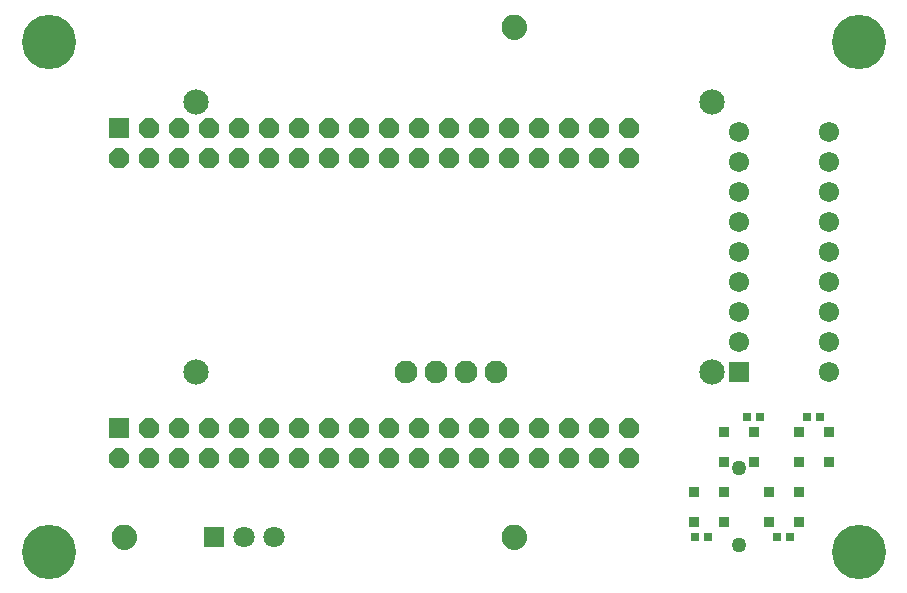
<source format=gbr>
G04 EAGLE Gerber RS-274X export*
G75*
%MOMM*%
%FSLAX34Y34*%
%LPD*%
%INSoldermask Bottom*%
%IPPOS*%
%AMOC8*
5,1,8,0,0,1.08239X$1,22.5*%
G01*
%ADD10C,2.152400*%
%ADD11C,1.930400*%
%ADD12C,1.272400*%
%ADD13R,0.952400X0.952400*%
%ADD14R,0.762000X0.660400*%
%ADD15R,1.803400X1.803400*%
%ADD16C,1.803400*%
%ADD17R,1.717037X1.717037*%
%ADD18C,1.717037*%
%ADD19R,1.676400X1.676400*%
%ADD20P,1.814519X8X22.500000*%
%ADD21C,4.597400*%
%ADD22C,0.609600*%
%ADD23C,1.168400*%


D10*
X599440Y419100D03*
X162560Y419100D03*
X599440Y190500D03*
X162560Y190500D03*
D11*
X340360Y190500D03*
X365760Y190500D03*
X391160Y190500D03*
X416560Y190500D03*
D12*
X622300Y108700D03*
X622300Y43700D03*
D13*
X635000Y139700D03*
X609600Y139700D03*
X609600Y114300D03*
X635000Y114300D03*
X698500Y139700D03*
X673100Y139700D03*
X673100Y114300D03*
X698500Y114300D03*
X609600Y88900D03*
X584200Y88900D03*
X584200Y63500D03*
X609600Y63500D03*
X673100Y88900D03*
X647700Y88900D03*
X647700Y63500D03*
X673100Y63500D03*
D14*
X665988Y50800D03*
X654812Y50800D03*
X596138Y50800D03*
X584962Y50800D03*
X629412Y152400D03*
X640588Y152400D03*
X680212Y152400D03*
X691388Y152400D03*
D15*
X177800Y50800D03*
D16*
X203200Y50800D03*
X228600Y50800D03*
D17*
X622300Y190500D03*
D18*
X622300Y215900D03*
X622300Y241300D03*
X622300Y266700D03*
X622300Y292100D03*
X622300Y317500D03*
X622300Y342900D03*
X622300Y368300D03*
X622300Y393700D03*
X698500Y393700D03*
X698500Y368300D03*
X698500Y342900D03*
X698500Y317500D03*
X698500Y292100D03*
X698500Y266700D03*
X698500Y241300D03*
X698500Y215900D03*
X698500Y190500D03*
D19*
X97200Y396500D03*
D20*
X97200Y371100D03*
X122600Y396500D03*
X122600Y371100D03*
X148000Y396500D03*
X148000Y371100D03*
X173400Y396500D03*
X173400Y371100D03*
X198800Y396500D03*
X198800Y371100D03*
X224200Y396500D03*
X224200Y371100D03*
X249600Y396500D03*
X249600Y371100D03*
X275000Y396500D03*
X275000Y371100D03*
X300400Y396500D03*
X300400Y371100D03*
X325800Y396500D03*
X325800Y371100D03*
X351200Y396500D03*
X351200Y371100D03*
X376600Y396500D03*
X376600Y371100D03*
X402000Y396500D03*
X402000Y371100D03*
X427400Y396500D03*
X427400Y371100D03*
X452800Y396500D03*
X452800Y371100D03*
X478200Y396500D03*
X478200Y371100D03*
X503600Y396500D03*
X503600Y371100D03*
X529000Y396500D03*
X529000Y371100D03*
D19*
X97200Y142500D03*
D20*
X97200Y117100D03*
X122600Y142500D03*
X122600Y117100D03*
X148000Y142500D03*
X148000Y117100D03*
X173400Y142500D03*
X173400Y117100D03*
X198800Y142500D03*
X198800Y117100D03*
X224200Y142500D03*
X224200Y117100D03*
X249600Y142500D03*
X249600Y117100D03*
X275000Y142500D03*
X275000Y117100D03*
X300400Y142500D03*
X300400Y117100D03*
X325800Y142500D03*
X325800Y117100D03*
X351200Y142500D03*
X351200Y117100D03*
X376600Y142500D03*
X376600Y117100D03*
X402000Y142500D03*
X402000Y117100D03*
X427400Y142500D03*
X427400Y117100D03*
X452800Y142500D03*
X452800Y117100D03*
X478200Y142500D03*
X478200Y117100D03*
X503600Y142500D03*
X503600Y117100D03*
X529000Y142500D03*
X529000Y117100D03*
D21*
X38100Y38100D03*
X723900Y38100D03*
X723900Y469900D03*
X38100Y469900D03*
D22*
X93980Y50800D02*
X93982Y50987D01*
X93989Y51174D01*
X94001Y51361D01*
X94017Y51547D01*
X94037Y51733D01*
X94062Y51918D01*
X94092Y52103D01*
X94126Y52287D01*
X94165Y52470D01*
X94208Y52652D01*
X94256Y52832D01*
X94308Y53012D01*
X94365Y53190D01*
X94425Y53367D01*
X94491Y53542D01*
X94560Y53716D01*
X94634Y53888D01*
X94712Y54058D01*
X94794Y54226D01*
X94880Y54392D01*
X94970Y54556D01*
X95064Y54717D01*
X95162Y54877D01*
X95264Y55033D01*
X95370Y55188D01*
X95480Y55339D01*
X95593Y55488D01*
X95710Y55634D01*
X95830Y55777D01*
X95954Y55917D01*
X96081Y56054D01*
X96212Y56188D01*
X96346Y56319D01*
X96483Y56446D01*
X96623Y56570D01*
X96766Y56690D01*
X96912Y56807D01*
X97061Y56920D01*
X97212Y57030D01*
X97367Y57136D01*
X97523Y57238D01*
X97683Y57336D01*
X97844Y57430D01*
X98008Y57520D01*
X98174Y57606D01*
X98342Y57688D01*
X98512Y57766D01*
X98684Y57840D01*
X98858Y57909D01*
X99033Y57975D01*
X99210Y58035D01*
X99388Y58092D01*
X99568Y58144D01*
X99748Y58192D01*
X99930Y58235D01*
X100113Y58274D01*
X100297Y58308D01*
X100482Y58338D01*
X100667Y58363D01*
X100853Y58383D01*
X101039Y58399D01*
X101226Y58411D01*
X101413Y58418D01*
X101600Y58420D01*
X101787Y58418D01*
X101974Y58411D01*
X102161Y58399D01*
X102347Y58383D01*
X102533Y58363D01*
X102718Y58338D01*
X102903Y58308D01*
X103087Y58274D01*
X103270Y58235D01*
X103452Y58192D01*
X103632Y58144D01*
X103812Y58092D01*
X103990Y58035D01*
X104167Y57975D01*
X104342Y57909D01*
X104516Y57840D01*
X104688Y57766D01*
X104858Y57688D01*
X105026Y57606D01*
X105192Y57520D01*
X105356Y57430D01*
X105517Y57336D01*
X105677Y57238D01*
X105833Y57136D01*
X105988Y57030D01*
X106139Y56920D01*
X106288Y56807D01*
X106434Y56690D01*
X106577Y56570D01*
X106717Y56446D01*
X106854Y56319D01*
X106988Y56188D01*
X107119Y56054D01*
X107246Y55917D01*
X107370Y55777D01*
X107490Y55634D01*
X107607Y55488D01*
X107720Y55339D01*
X107830Y55188D01*
X107936Y55033D01*
X108038Y54877D01*
X108136Y54717D01*
X108230Y54556D01*
X108320Y54392D01*
X108406Y54226D01*
X108488Y54058D01*
X108566Y53888D01*
X108640Y53716D01*
X108709Y53542D01*
X108775Y53367D01*
X108835Y53190D01*
X108892Y53012D01*
X108944Y52832D01*
X108992Y52652D01*
X109035Y52470D01*
X109074Y52287D01*
X109108Y52103D01*
X109138Y51918D01*
X109163Y51733D01*
X109183Y51547D01*
X109199Y51361D01*
X109211Y51174D01*
X109218Y50987D01*
X109220Y50800D01*
X109218Y50613D01*
X109211Y50426D01*
X109199Y50239D01*
X109183Y50053D01*
X109163Y49867D01*
X109138Y49682D01*
X109108Y49497D01*
X109074Y49313D01*
X109035Y49130D01*
X108992Y48948D01*
X108944Y48768D01*
X108892Y48588D01*
X108835Y48410D01*
X108775Y48233D01*
X108709Y48058D01*
X108640Y47884D01*
X108566Y47712D01*
X108488Y47542D01*
X108406Y47374D01*
X108320Y47208D01*
X108230Y47044D01*
X108136Y46883D01*
X108038Y46723D01*
X107936Y46567D01*
X107830Y46412D01*
X107720Y46261D01*
X107607Y46112D01*
X107490Y45966D01*
X107370Y45823D01*
X107246Y45683D01*
X107119Y45546D01*
X106988Y45412D01*
X106854Y45281D01*
X106717Y45154D01*
X106577Y45030D01*
X106434Y44910D01*
X106288Y44793D01*
X106139Y44680D01*
X105988Y44570D01*
X105833Y44464D01*
X105677Y44362D01*
X105517Y44264D01*
X105356Y44170D01*
X105192Y44080D01*
X105026Y43994D01*
X104858Y43912D01*
X104688Y43834D01*
X104516Y43760D01*
X104342Y43691D01*
X104167Y43625D01*
X103990Y43565D01*
X103812Y43508D01*
X103632Y43456D01*
X103452Y43408D01*
X103270Y43365D01*
X103087Y43326D01*
X102903Y43292D01*
X102718Y43262D01*
X102533Y43237D01*
X102347Y43217D01*
X102161Y43201D01*
X101974Y43189D01*
X101787Y43182D01*
X101600Y43180D01*
X101413Y43182D01*
X101226Y43189D01*
X101039Y43201D01*
X100853Y43217D01*
X100667Y43237D01*
X100482Y43262D01*
X100297Y43292D01*
X100113Y43326D01*
X99930Y43365D01*
X99748Y43408D01*
X99568Y43456D01*
X99388Y43508D01*
X99210Y43565D01*
X99033Y43625D01*
X98858Y43691D01*
X98684Y43760D01*
X98512Y43834D01*
X98342Y43912D01*
X98174Y43994D01*
X98008Y44080D01*
X97844Y44170D01*
X97683Y44264D01*
X97523Y44362D01*
X97367Y44464D01*
X97212Y44570D01*
X97061Y44680D01*
X96912Y44793D01*
X96766Y44910D01*
X96623Y45030D01*
X96483Y45154D01*
X96346Y45281D01*
X96212Y45412D01*
X96081Y45546D01*
X95954Y45683D01*
X95830Y45823D01*
X95710Y45966D01*
X95593Y46112D01*
X95480Y46261D01*
X95370Y46412D01*
X95264Y46567D01*
X95162Y46723D01*
X95064Y46883D01*
X94970Y47044D01*
X94880Y47208D01*
X94794Y47374D01*
X94712Y47542D01*
X94634Y47712D01*
X94560Y47884D01*
X94491Y48058D01*
X94425Y48233D01*
X94365Y48410D01*
X94308Y48588D01*
X94256Y48768D01*
X94208Y48948D01*
X94165Y49130D01*
X94126Y49313D01*
X94092Y49497D01*
X94062Y49682D01*
X94037Y49867D01*
X94017Y50053D01*
X94001Y50239D01*
X93989Y50426D01*
X93982Y50613D01*
X93980Y50800D01*
D23*
X101600Y50800D03*
D22*
X424180Y50800D02*
X424182Y50987D01*
X424189Y51174D01*
X424201Y51361D01*
X424217Y51547D01*
X424237Y51733D01*
X424262Y51918D01*
X424292Y52103D01*
X424326Y52287D01*
X424365Y52470D01*
X424408Y52652D01*
X424456Y52832D01*
X424508Y53012D01*
X424565Y53190D01*
X424625Y53367D01*
X424691Y53542D01*
X424760Y53716D01*
X424834Y53888D01*
X424912Y54058D01*
X424994Y54226D01*
X425080Y54392D01*
X425170Y54556D01*
X425264Y54717D01*
X425362Y54877D01*
X425464Y55033D01*
X425570Y55188D01*
X425680Y55339D01*
X425793Y55488D01*
X425910Y55634D01*
X426030Y55777D01*
X426154Y55917D01*
X426281Y56054D01*
X426412Y56188D01*
X426546Y56319D01*
X426683Y56446D01*
X426823Y56570D01*
X426966Y56690D01*
X427112Y56807D01*
X427261Y56920D01*
X427412Y57030D01*
X427567Y57136D01*
X427723Y57238D01*
X427883Y57336D01*
X428044Y57430D01*
X428208Y57520D01*
X428374Y57606D01*
X428542Y57688D01*
X428712Y57766D01*
X428884Y57840D01*
X429058Y57909D01*
X429233Y57975D01*
X429410Y58035D01*
X429588Y58092D01*
X429768Y58144D01*
X429948Y58192D01*
X430130Y58235D01*
X430313Y58274D01*
X430497Y58308D01*
X430682Y58338D01*
X430867Y58363D01*
X431053Y58383D01*
X431239Y58399D01*
X431426Y58411D01*
X431613Y58418D01*
X431800Y58420D01*
X431987Y58418D01*
X432174Y58411D01*
X432361Y58399D01*
X432547Y58383D01*
X432733Y58363D01*
X432918Y58338D01*
X433103Y58308D01*
X433287Y58274D01*
X433470Y58235D01*
X433652Y58192D01*
X433832Y58144D01*
X434012Y58092D01*
X434190Y58035D01*
X434367Y57975D01*
X434542Y57909D01*
X434716Y57840D01*
X434888Y57766D01*
X435058Y57688D01*
X435226Y57606D01*
X435392Y57520D01*
X435556Y57430D01*
X435717Y57336D01*
X435877Y57238D01*
X436033Y57136D01*
X436188Y57030D01*
X436339Y56920D01*
X436488Y56807D01*
X436634Y56690D01*
X436777Y56570D01*
X436917Y56446D01*
X437054Y56319D01*
X437188Y56188D01*
X437319Y56054D01*
X437446Y55917D01*
X437570Y55777D01*
X437690Y55634D01*
X437807Y55488D01*
X437920Y55339D01*
X438030Y55188D01*
X438136Y55033D01*
X438238Y54877D01*
X438336Y54717D01*
X438430Y54556D01*
X438520Y54392D01*
X438606Y54226D01*
X438688Y54058D01*
X438766Y53888D01*
X438840Y53716D01*
X438909Y53542D01*
X438975Y53367D01*
X439035Y53190D01*
X439092Y53012D01*
X439144Y52832D01*
X439192Y52652D01*
X439235Y52470D01*
X439274Y52287D01*
X439308Y52103D01*
X439338Y51918D01*
X439363Y51733D01*
X439383Y51547D01*
X439399Y51361D01*
X439411Y51174D01*
X439418Y50987D01*
X439420Y50800D01*
X439418Y50613D01*
X439411Y50426D01*
X439399Y50239D01*
X439383Y50053D01*
X439363Y49867D01*
X439338Y49682D01*
X439308Y49497D01*
X439274Y49313D01*
X439235Y49130D01*
X439192Y48948D01*
X439144Y48768D01*
X439092Y48588D01*
X439035Y48410D01*
X438975Y48233D01*
X438909Y48058D01*
X438840Y47884D01*
X438766Y47712D01*
X438688Y47542D01*
X438606Y47374D01*
X438520Y47208D01*
X438430Y47044D01*
X438336Y46883D01*
X438238Y46723D01*
X438136Y46567D01*
X438030Y46412D01*
X437920Y46261D01*
X437807Y46112D01*
X437690Y45966D01*
X437570Y45823D01*
X437446Y45683D01*
X437319Y45546D01*
X437188Y45412D01*
X437054Y45281D01*
X436917Y45154D01*
X436777Y45030D01*
X436634Y44910D01*
X436488Y44793D01*
X436339Y44680D01*
X436188Y44570D01*
X436033Y44464D01*
X435877Y44362D01*
X435717Y44264D01*
X435556Y44170D01*
X435392Y44080D01*
X435226Y43994D01*
X435058Y43912D01*
X434888Y43834D01*
X434716Y43760D01*
X434542Y43691D01*
X434367Y43625D01*
X434190Y43565D01*
X434012Y43508D01*
X433832Y43456D01*
X433652Y43408D01*
X433470Y43365D01*
X433287Y43326D01*
X433103Y43292D01*
X432918Y43262D01*
X432733Y43237D01*
X432547Y43217D01*
X432361Y43201D01*
X432174Y43189D01*
X431987Y43182D01*
X431800Y43180D01*
X431613Y43182D01*
X431426Y43189D01*
X431239Y43201D01*
X431053Y43217D01*
X430867Y43237D01*
X430682Y43262D01*
X430497Y43292D01*
X430313Y43326D01*
X430130Y43365D01*
X429948Y43408D01*
X429768Y43456D01*
X429588Y43508D01*
X429410Y43565D01*
X429233Y43625D01*
X429058Y43691D01*
X428884Y43760D01*
X428712Y43834D01*
X428542Y43912D01*
X428374Y43994D01*
X428208Y44080D01*
X428044Y44170D01*
X427883Y44264D01*
X427723Y44362D01*
X427567Y44464D01*
X427412Y44570D01*
X427261Y44680D01*
X427112Y44793D01*
X426966Y44910D01*
X426823Y45030D01*
X426683Y45154D01*
X426546Y45281D01*
X426412Y45412D01*
X426281Y45546D01*
X426154Y45683D01*
X426030Y45823D01*
X425910Y45966D01*
X425793Y46112D01*
X425680Y46261D01*
X425570Y46412D01*
X425464Y46567D01*
X425362Y46723D01*
X425264Y46883D01*
X425170Y47044D01*
X425080Y47208D01*
X424994Y47374D01*
X424912Y47542D01*
X424834Y47712D01*
X424760Y47884D01*
X424691Y48058D01*
X424625Y48233D01*
X424565Y48410D01*
X424508Y48588D01*
X424456Y48768D01*
X424408Y48948D01*
X424365Y49130D01*
X424326Y49313D01*
X424292Y49497D01*
X424262Y49682D01*
X424237Y49867D01*
X424217Y50053D01*
X424201Y50239D01*
X424189Y50426D01*
X424182Y50613D01*
X424180Y50800D01*
D23*
X431800Y50800D03*
D22*
X424180Y482600D02*
X424182Y482787D01*
X424189Y482974D01*
X424201Y483161D01*
X424217Y483347D01*
X424237Y483533D01*
X424262Y483718D01*
X424292Y483903D01*
X424326Y484087D01*
X424365Y484270D01*
X424408Y484452D01*
X424456Y484632D01*
X424508Y484812D01*
X424565Y484990D01*
X424625Y485167D01*
X424691Y485342D01*
X424760Y485516D01*
X424834Y485688D01*
X424912Y485858D01*
X424994Y486026D01*
X425080Y486192D01*
X425170Y486356D01*
X425264Y486517D01*
X425362Y486677D01*
X425464Y486833D01*
X425570Y486988D01*
X425680Y487139D01*
X425793Y487288D01*
X425910Y487434D01*
X426030Y487577D01*
X426154Y487717D01*
X426281Y487854D01*
X426412Y487988D01*
X426546Y488119D01*
X426683Y488246D01*
X426823Y488370D01*
X426966Y488490D01*
X427112Y488607D01*
X427261Y488720D01*
X427412Y488830D01*
X427567Y488936D01*
X427723Y489038D01*
X427883Y489136D01*
X428044Y489230D01*
X428208Y489320D01*
X428374Y489406D01*
X428542Y489488D01*
X428712Y489566D01*
X428884Y489640D01*
X429058Y489709D01*
X429233Y489775D01*
X429410Y489835D01*
X429588Y489892D01*
X429768Y489944D01*
X429948Y489992D01*
X430130Y490035D01*
X430313Y490074D01*
X430497Y490108D01*
X430682Y490138D01*
X430867Y490163D01*
X431053Y490183D01*
X431239Y490199D01*
X431426Y490211D01*
X431613Y490218D01*
X431800Y490220D01*
X431987Y490218D01*
X432174Y490211D01*
X432361Y490199D01*
X432547Y490183D01*
X432733Y490163D01*
X432918Y490138D01*
X433103Y490108D01*
X433287Y490074D01*
X433470Y490035D01*
X433652Y489992D01*
X433832Y489944D01*
X434012Y489892D01*
X434190Y489835D01*
X434367Y489775D01*
X434542Y489709D01*
X434716Y489640D01*
X434888Y489566D01*
X435058Y489488D01*
X435226Y489406D01*
X435392Y489320D01*
X435556Y489230D01*
X435717Y489136D01*
X435877Y489038D01*
X436033Y488936D01*
X436188Y488830D01*
X436339Y488720D01*
X436488Y488607D01*
X436634Y488490D01*
X436777Y488370D01*
X436917Y488246D01*
X437054Y488119D01*
X437188Y487988D01*
X437319Y487854D01*
X437446Y487717D01*
X437570Y487577D01*
X437690Y487434D01*
X437807Y487288D01*
X437920Y487139D01*
X438030Y486988D01*
X438136Y486833D01*
X438238Y486677D01*
X438336Y486517D01*
X438430Y486356D01*
X438520Y486192D01*
X438606Y486026D01*
X438688Y485858D01*
X438766Y485688D01*
X438840Y485516D01*
X438909Y485342D01*
X438975Y485167D01*
X439035Y484990D01*
X439092Y484812D01*
X439144Y484632D01*
X439192Y484452D01*
X439235Y484270D01*
X439274Y484087D01*
X439308Y483903D01*
X439338Y483718D01*
X439363Y483533D01*
X439383Y483347D01*
X439399Y483161D01*
X439411Y482974D01*
X439418Y482787D01*
X439420Y482600D01*
X439418Y482413D01*
X439411Y482226D01*
X439399Y482039D01*
X439383Y481853D01*
X439363Y481667D01*
X439338Y481482D01*
X439308Y481297D01*
X439274Y481113D01*
X439235Y480930D01*
X439192Y480748D01*
X439144Y480568D01*
X439092Y480388D01*
X439035Y480210D01*
X438975Y480033D01*
X438909Y479858D01*
X438840Y479684D01*
X438766Y479512D01*
X438688Y479342D01*
X438606Y479174D01*
X438520Y479008D01*
X438430Y478844D01*
X438336Y478683D01*
X438238Y478523D01*
X438136Y478367D01*
X438030Y478212D01*
X437920Y478061D01*
X437807Y477912D01*
X437690Y477766D01*
X437570Y477623D01*
X437446Y477483D01*
X437319Y477346D01*
X437188Y477212D01*
X437054Y477081D01*
X436917Y476954D01*
X436777Y476830D01*
X436634Y476710D01*
X436488Y476593D01*
X436339Y476480D01*
X436188Y476370D01*
X436033Y476264D01*
X435877Y476162D01*
X435717Y476064D01*
X435556Y475970D01*
X435392Y475880D01*
X435226Y475794D01*
X435058Y475712D01*
X434888Y475634D01*
X434716Y475560D01*
X434542Y475491D01*
X434367Y475425D01*
X434190Y475365D01*
X434012Y475308D01*
X433832Y475256D01*
X433652Y475208D01*
X433470Y475165D01*
X433287Y475126D01*
X433103Y475092D01*
X432918Y475062D01*
X432733Y475037D01*
X432547Y475017D01*
X432361Y475001D01*
X432174Y474989D01*
X431987Y474982D01*
X431800Y474980D01*
X431613Y474982D01*
X431426Y474989D01*
X431239Y475001D01*
X431053Y475017D01*
X430867Y475037D01*
X430682Y475062D01*
X430497Y475092D01*
X430313Y475126D01*
X430130Y475165D01*
X429948Y475208D01*
X429768Y475256D01*
X429588Y475308D01*
X429410Y475365D01*
X429233Y475425D01*
X429058Y475491D01*
X428884Y475560D01*
X428712Y475634D01*
X428542Y475712D01*
X428374Y475794D01*
X428208Y475880D01*
X428044Y475970D01*
X427883Y476064D01*
X427723Y476162D01*
X427567Y476264D01*
X427412Y476370D01*
X427261Y476480D01*
X427112Y476593D01*
X426966Y476710D01*
X426823Y476830D01*
X426683Y476954D01*
X426546Y477081D01*
X426412Y477212D01*
X426281Y477346D01*
X426154Y477483D01*
X426030Y477623D01*
X425910Y477766D01*
X425793Y477912D01*
X425680Y478061D01*
X425570Y478212D01*
X425464Y478367D01*
X425362Y478523D01*
X425264Y478683D01*
X425170Y478844D01*
X425080Y479008D01*
X424994Y479174D01*
X424912Y479342D01*
X424834Y479512D01*
X424760Y479684D01*
X424691Y479858D01*
X424625Y480033D01*
X424565Y480210D01*
X424508Y480388D01*
X424456Y480568D01*
X424408Y480748D01*
X424365Y480930D01*
X424326Y481113D01*
X424292Y481297D01*
X424262Y481482D01*
X424237Y481667D01*
X424217Y481853D01*
X424201Y482039D01*
X424189Y482226D01*
X424182Y482413D01*
X424180Y482600D01*
D23*
X431800Y482600D03*
M02*

</source>
